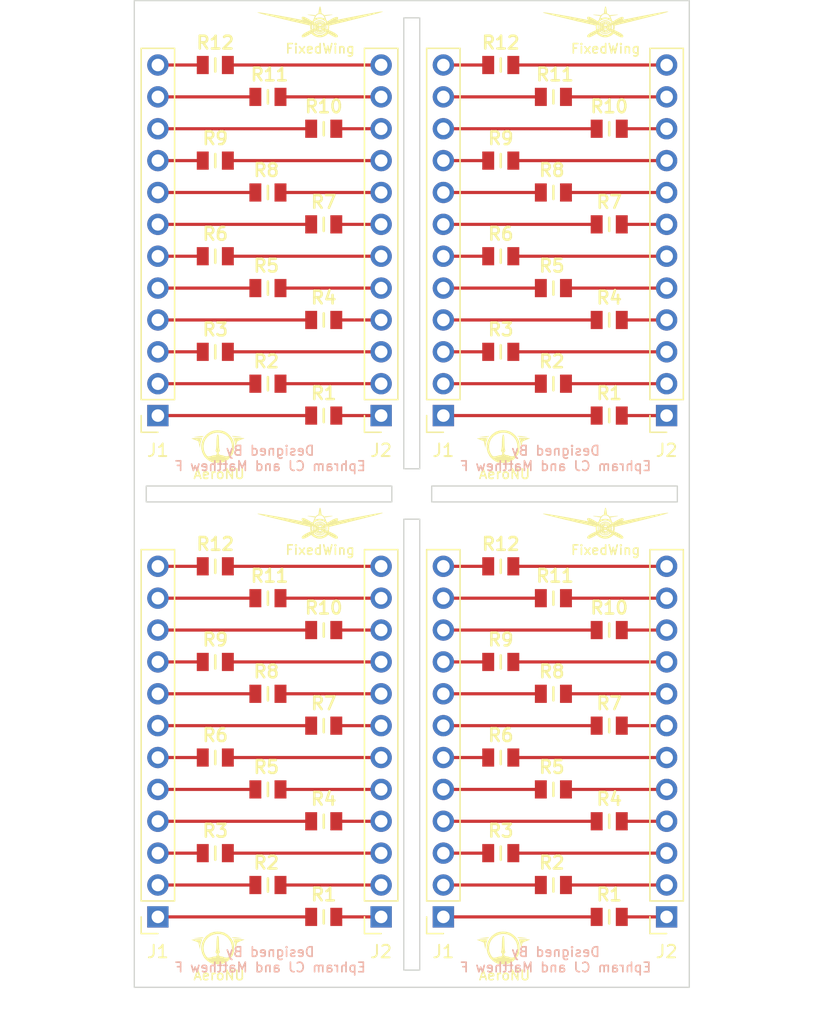
<source format=kicad_pcb>
(kicad_pcb (version 20221018) (generator pcbnew)
  (layers (0 "F.Cu" signal) (31 "B.Cu" signal) (34 "B.Paste" user) (35 "F.Paste" user) (36 "B.SilkS" user "B.Silkscreen") (37 "F.SilkS" user "F.Silkscreen") (38 "B.Mask" user) (39 "F.Mask" user) (44 "Edge.Cuts" user))
  (net 0 "")
  (net 1 "Net-(J1-Pin_1)")
  (net 2 "Net-(J1-Pin_2)")
  (net 3 "Net-(J1-Pin_3)")
  (net 4 "Net-(J1-Pin_4)")
  (net 5 "Net-(J1-Pin_5)")
  (net 6 "Net-(J1-Pin_6)")
  (net 7 "Net-(J1-Pin_7)")
  (net 8 "Net-(J1-Pin_8)")
  (net 9 "Net-(J1-Pin_9)")
  (net 10 "Net-(J1-Pin_10)")
  (net 11 "Net-(J1-Pin_11)")
  (net 12 "Net-(J1-Pin_12)")
  (net 13 "Net-(J2-Pin_1)")
  (net 14 "Net-(J2-Pin_2)")
  (net 15 "Net-(J2-Pin_3)")
  (net 16 "Net-(J2-Pin_4)")
  (net 17 "Net-(J2-Pin_5)")
  (net 18 "Net-(J2-Pin_6)")
  (net 19 "Net-(J2-Pin_7)")
  (net 20 "Net-(J2-Pin_8)")
  (net 21 "Net-(J2-Pin_9)")
  (net 22 "Net-(J2-Pin_10)")
  (net 23 "Net-(J2-Pin_11)")
  (net 24 "Net-(J2-Pin_12)")
  (footprint "FixedWing:FixedWing - Logo (Smol)" (layer "F.Cu") (at 165.3159 73.1774)
    (fp_text reference "FixedWing" (at 0.004963 1.722249) (layer "F.SilkS") (effects (font (size 0.75 0.75) (thickness 0.125))))
    (fp_text value "LOGO" hide)
  )
  (footprint "FixedWing:RESC2012X50N" (layer "F.Cu") (at 156.972 139.0142)
    (fp_text reference "R3" (at 0 -1.778) (layer "F.SilkS") (effects (font (size 1.016 1.016) (thickness 0.2032) bold)))
    (fp_text value "475Ω" hide)
    (pad "1" smd rect (at -1 0) (size 0.95 1.45) (layers "F.Cu" "F.Paste" "F.Mask") (net 3 "Net-(J1-Pin_3)"))
    (pad "2" smd rect (at 1 0) (size 0.95 1.45) (layers "F.Cu" "F.Paste" "F.Mask") (net 15 "Net-(J2-Pin_3)"))
  )
  (footprint "FixedWing:RESC2012X50N" (layer "F.Cu") (at 156.972 76.2)
    (fp_text reference "R12" (at 0 -1.778) (layer "F.SilkS") (effects (font (size 1.016 1.016) (thickness 0.2032) bold)))
    (fp_text value "475Ω" hide)
    (pad "1" smd rect (at -1 0) (size 0.95 1.45) (layers "F.Cu" "F.Paste" "F.Mask") (net 12 "Net-(J1-Pin_12)"))
    (pad "2" smd rect (at 1 0) (size 0.95 1.45) (layers "F.Cu" "F.Paste" "F.Mask") (net 24 "Net-(J2-Pin_12)"))
  )
  (footprint "FixedWing:RESC2012X50N" (layer "F.Cu") (at 161.163 101.6)
    (fp_text reference "R2" (at -0.127 -1.778) (layer "F.SilkS") (effects (font (size 1.016 1.016) (thickness 0.2032) bold)))
    (fp_text value "475Ω" hide)
    (pad "1" smd rect (at -1 0) (size 0.95 1.45) (layers "F.Cu" "F.Paste" "F.Mask") (net 2 "Net-(J1-Pin_2)"))
    (pad "2" smd rect (at 1 0) (size 0.95 1.45) (layers "F.Cu" "F.Paste" "F.Mask") (net 14 "Net-(J2-Pin_2)"))
  )
  (footprint "FixedWing:RESC2012X50N" (layer "F.Cu") (at 165.608 144.0942)
    (fp_text reference "R1" (at 0 -1.778) (layer "F.SilkS") (effects (font (size 1.016 1.016) (thickness 0.2032) bold)))
    (fp_text value "475Ω" hide)
    (pad "1" smd rect (at -1 0) (size 0.95 1.45) (layers "F.Cu" "F.Paste" "F.Mask") (net 1 "Net-(J1-Pin_1)"))
    (pad "2" smd rect (at 1 0) (size 0.95 1.45) (layers "F.Cu" "F.Paste" "F.Mask") (net 13 "Net-(J2-Pin_1)"))
  )
  (footprint "FixedWing:RESC2012X50N" (layer "F.Cu") (at 156.972 99.06)
    (fp_text reference "R3" (at 0 -1.778) (layer "F.SilkS") (effects (font (size 1.016 1.016) (thickness 0.2032) bold)))
    (fp_text value "475Ω" hide)
    (pad "1" smd rect (at -1 0) (size 0.95 1.45) (layers "F.Cu" "F.Paste" "F.Mask") (net 3 "Net-(J1-Pin_3)"))
    (pad "2" smd rect (at 1 0) (size 0.95 1.45) (layers "F.Cu" "F.Paste" "F.Mask") (net 15 "Net-(J2-Pin_3)"))
  )
  (footprint "FixedWing:RESC2012X50N" (layer "F.Cu") (at 161.163 86.36)
    (fp_text reference "R8" (at -0.127 -1.778) (layer "F.SilkS") (effects (font (size 1.016 1.016) (thickness 0.2032) bold)))
    (fp_text value "475Ω" hide)
    (pad "1" smd rect (at -1 0) (size 0.95 1.45) (layers "F.Cu" "F.Paste" "F.Mask") (net 8 "Net-(J1-Pin_8)"))
    (pad "2" smd rect (at 1 0) (size 0.95 1.45) (layers "F.Cu" "F.Paste" "F.Mask") (net 20 "Net-(J2-Pin_8)"))
  )
  (footprint "Connector_PinSocket_2.54mm:PinSocket_1x12_P2.54mm_Vertical" (layer "F.Cu") (at 170.18 144.0942 180)
    (fp_text reference "J2" (at 0 -2.77) (layer "F.SilkS"))
    (fp_text value "Conn_01x12")
    (pad "1" thru_hole rect (at 0 0 180) (size 1.7 1.7) (drill 1) (layers "*.Cu" "*.Mask") (net 13 "Net-(J2-Pin_1)"))
    (pad "2" thru_hole oval (at 0 2.54 180) (size 1.7 1.7) (drill 1) (layers "*.Cu" "*.Mask") (net 14 "Net-(J2-Pin_2)"))
    (pad "3" thru_hole oval (at 0 5.08 180) (size 1.7 1.7) (drill 1) (layers "*.Cu" "*.Mask") (net 15 "Net-(J2-Pin_3)"))
    (pad "4" thru_hole oval (at 0 7.62 180) (size 1.7 1.7) (drill 1) (layers "*.Cu" "*.Mask") (net 16 "Net-(J2-Pin_4)"))
    (pad "5" thru_hole oval (at 0 10.16 180) (size 1.7 1.7) (drill 1) (layers "*.Cu" "*.Mask") (net 17 "Net-(J2-Pin_5)"))
    (pad "6" thru_hole oval (at 0 12.7 180) (size 1.7 1.7) (drill 1) (layers "*.Cu" "*.Mask") (net 18 "Net-(J2-Pin_6)"))
    (pad "7" thru_hole oval (at 0 15.24 180) (size 1.7 1.7) (drill 1) (layers "*.Cu" "*.Mask") (net 19 "Net-(J2-Pin_7)"))
    (pad "8" thru_hole oval (at 0 17.78 180) (size 1.7 1.7) (drill 1) (layers "*.Cu" "*.Mask") (net 20 "Net-(J2-Pin_8)"))
    (pad "9" thru_hole oval (at 0 20.32 180) (size 1.7 1.7) (drill 1) (layers "*.Cu" "*.Mask") (net 21 "Net-(J2-Pin_9)"))
    (pad "10" thru_hole oval (at 0 22.86 180) (size 1.7 1.7) (drill 1) (layers "*.Cu" "*.Mask") (net 22 "Net-(J2-Pin_10)"))
    (pad "11" thru_hole oval (at 0 25.4 180) (size 1.7 1.7) (drill 1) (layers "*.Cu" "*.Mask") (net 23 "Net-(J2-Pin_11)"))
    (pad "12" thru_hole oval (at 0 27.94 180) (size 1.7 1.7) (drill 1) (layers "*.Cu" "*.Mask") (net 24 "Net-(J2-Pin_12)"))
  )
  (footprint "Connector_PinSocket_2.54mm:PinSocket_1x12_P2.54mm_Vertical" (layer "F.Cu") (at 175.133 104.14 180)
    (fp_text reference "J1" (at 0 -2.77) (layer "F.SilkS"))
    (fp_text value "Conn_01x12")
    (pad "1" thru_hole rect (at 0 0 180) (size 1.7 1.7) (drill 1) (layers "*.Cu" "*.Mask") (net 1 "Net-(J1-Pin_1)"))
    (pad "2" thru_hole oval (at 0 2.54 180) (size 1.7 1.7) (drill 1) (layers "*.Cu" "*.Mask") (net 2 "Net-(J1-Pin_2)"))
    (pad "3" thru_hole oval (at 0 5.08 180) (size 1.7 1.7) (drill 1) (layers "*.Cu" "*.Mask") (net 3 "Net-(J1-Pin_3)"))
    (pad "4" thru_hole oval (at 0 7.62 180) (size 1.7 1.7) (drill 1) (layers "*.Cu" "*.Mask") (net 4 "Net-(J1-Pin_4)"))
    (pad "5" thru_hole oval (at 0 10.16 180) (size 1.7 1.7) (drill 1) (layers "*.Cu" "*.Mask") (net 5 "Net-(J1-Pin_5)"))
    (pad "6" thru_hole oval (at 0 12.7 180) (size 1.7 1.7) (drill 1) (layers "*.Cu" "*.Mask") (net 6 "Net-(J1-Pin_6)"))
    (pad "7" thru_hole oval (at 0 15.24 180) (size 1.7 1.7) (drill 1) (layers "*.Cu" "*.Mask") (net 7 "Net-(J1-Pin_7)"))
    (pad "8" thru_hole oval (at 0 17.78 180) (size 1.7 1.7) (drill 1) (layers "*.Cu" "*.Mask") (net 8 "Net-(J1-Pin_8)"))
    (pad "9" thru_hole oval (at 0 20.32 180) (size 1.7 1.7) (drill 1) (layers "*.Cu" "*.Mask") (net 9 "Net-(J1-Pin_9)"))
    (pad "10" thru_hole oval (at 0 22.86 180) (size 1.7 1.7) (drill 1) (layers "*.Cu" "*.Mask") (net 10 "Net-(J1-Pin_10)"))
    (pad "11" thru_hole oval (at 0 25.4 180) (size 1.7 1.7) (drill 1) (layers "*.Cu" "*.Mask") (net 11 "Net-(J1-Pin_11)"))
    (pad "12" thru_hole oval (at 0 27.94 180) (size 1.7 1.7) (drill 1) (layers "*.Cu" "*.Mask") (net 12 "Net-(J1-Pin_12)"))
  )
  (footprint "FixedWing:RESC2012X50N" (layer "F.Cu") (at 156.972 116.1542)
    (fp_text reference "R12" (at 0 -1.778) (layer "F.SilkS") (effects (font (size 1.016 1.016) (thickness 0.2032) bold)))
    (fp_text value "475Ω" hide)
    (pad "1" smd rect (at -1 0) (size 0.95 1.45) (layers "F.Cu" "F.Paste" "F.Mask") (net 12 "Net-(J1-Pin_12)"))
    (pad "2" smd rect (at 1 0) (size 0.95 1.45) (layers "F.Cu" "F.Paste" "F.Mask") (net 24 "Net-(J2-Pin_12)"))
  )
  (footprint "FixedWing:RESC2012X50N" (layer "F.Cu") (at 156.972 91.44)
    (fp_text reference "R6" (at 0 -1.778) (layer "F.SilkS") (effects (font (size 1.016 1.016) (thickness 0.2032) bold)))
    (fp_text value "475Ω" hide)
    (pad "1" smd rect (at -1 0) (size 0.95 1.45) (layers "F.Cu" "F.Paste" "F.Mask") (net 6 "Net-(J1-Pin_6)"))
    (pad "2" smd rect (at 1 0) (size 0.95 1.45) (layers "F.Cu" "F.Paste" "F.Mask") (net 18 "Net-(J2-Pin_6)"))
  )
  (footprint "FixedWing:RESC2012X50N" (layer "F.Cu") (at 188.341 136.4742)
    (fp_text reference "R4" (at 0 -1.778) (layer "F.SilkS") (effects (font (size 1.016 1.016) (thickness 0.2032) bold)))
    (fp_text value "475Ω" hide)
    (pad "1" smd rect (at -1 0) (size 0.95 1.45) (layers "F.Cu" "F.Paste" "F.Mask") (net 4 "Net-(J1-Pin_4)"))
    (pad "2" smd rect (at 1 0) (size 0.95 1.45) (layers "F.Cu" "F.Paste" "F.Mask") (net 16 "Net-(J2-Pin_4)"))
  )
  (footprint "FixedWing:RESC2012X50N" (layer "F.Cu") (at 188.341 96.52)
    (fp_text reference "R4" (at 0 -1.778) (layer "F.SilkS") (effects (font (size 1.016 1.016) (thickness 0.2032) bold)))
    (fp_text value "475Ω" hide)
    (pad "1" smd rect (at -1 0) (size 0.95 1.45) (layers "F.Cu" "F.Paste" "F.Mask") (net 4 "Net-(J1-Pin_4)"))
    (pad "2" smd rect (at 1 0) (size 0.95 1.45) (layers "F.Cu" "F.Paste" "F.Mask") (net 16 "Net-(J2-Pin_4)"))
  )
  (footprint "FixedWing:RESC2012X50N" (layer "F.Cu") (at 188.341 144.0942)
    (fp_text reference "R1" (at 0 -1.778) (layer "F.SilkS") (effects (font (size 1.016 1.016) (thickness 0.2032) bold)))
    (fp_text value "475Ω" hide)
    (pad "1" smd rect (at -1 0) (size 0.95 1.45) (layers "F.Cu" "F.Paste" "F.Mask") (net 1 "Net-(J1-Pin_1)"))
    (pad "2" smd rect (at 1 0) (size 0.95 1.45) (layers "F.Cu" "F.Paste" "F.Mask") (net 13 "Net-(J2-Pin_1)"))
  )
  (footprint "FixedWing:RESC2012X50N" (layer "F.Cu") (at 161.163 93.98)
    (fp_text reference "R5" (at -0.127 -1.778) (layer "F.SilkS") (effects (font (size 1.016 1.016) (thickness 0.2032) bold)))
    (fp_text value "475Ω" hide)
    (pad "1" smd rect (at -1 0) (size 0.95 1.45) (layers "F.Cu" "F.Paste" "F.Mask") (net 5 "Net-(J1-Pin_5)"))
    (pad "2" smd rect (at 1 0) (size 0.95 1.45) (layers "F.Cu" "F.Paste" "F.Mask") (net 17 "Net-(J2-Pin_5)"))
  )
  (footprint "Connector_PinSocket_2.54mm:PinSocket_1x12_P2.54mm_Vertical" (layer "F.Cu") (at 192.913 104.14 180)
    (fp_text reference "J2" (at 0 -2.77) (layer "F.SilkS"))
    (fp_text value "Conn_01x12")
    (pad "1" thru_hole rect (at 0 0 180) (size 1.7 1.7) (drill 1) (layers "*.Cu" "*.Mask") (net 13 "Net-(J2-Pin_1)"))
    (pad "2" thru_hole oval (at 0 2.54 180) (size 1.7 1.7) (drill 1) (layers "*.Cu" "*.Mask") (net 14 "Net-(J2-Pin_2)"))
    (pad "3" thru_hole oval (at 0 5.08 180) (size 1.7 1.7) (drill 1) (layers "*.Cu" "*.Mask") (net 15 "Net-(J2-Pin_3)"))
    (pad "4" thru_hole oval (at 0 7.62 180) (size 1.7 1.7) (drill 1) (layers "*.Cu" "*.Mask") (net 16 "Net-(J2-Pin_4)"))
    (pad "5" thru_hole oval (at 0 10.16 180) (size 1.7 1.7) (drill 1) (layers "*.Cu" "*.Mask") (net 17 "Net-(J2-Pin_5)"))
    (pad "6" thru_hole oval (at 0 12.7 180) (size 1.7 1.7) (drill 1) (layers "*.Cu" "*.Mask") (net 18 "Net-(J2-Pin_6)"))
    (pad "7" thru_hole oval (at 0 15.24 180) (size 1.7 1.7) (drill 1) (layers "*.Cu" "*.Mask") (net 19 "Net-(J2-Pin_7)"))
    (pad "8" thru_hole oval (at 0 17.78 180) (size 1.7 1.7) (drill 1) (layers "*.Cu" "*.Mask") (net 20 "Net-(J2-Pin_8)"))
    (pad "9" thru_hole oval (at 0 20.32 180) (size 1.7 1.7) (drill 1) (layers "*.Cu" "*.Mask") (net 21 "Net-(J2-Pin_9)"))
    (pad "10" thru_hole oval (at 0 22.86 180) (size 1.7 1.7) (drill 1) (layers "*.Cu" "*.Mask") (net 22 "Net-(J2-Pin_10)"))
    (pad "11" thru_hole oval (at 0 25.4 180) (size 1.7 1.7) (drill 1) (layers "*.Cu" "*.Mask") (net 23 "Net-(J2-Pin_11)"))
    (pad "12" thru_hole oval (at 0 27.94 180) (size 1.7 1.7) (drill 1) (layers "*.Cu" "*.Mask") (net 24 "Net-(J2-Pin_12)"))
  )
  (footprint "FixedWing:RESC2012X50N" (layer "F.Cu") (at 165.608 104.14)
    (fp_text reference "R1" (at 0 -1.778) (layer "F.SilkS") (effects (font (size 1.016 1.016) (thickness 0.2032) bold)))
    (fp_text value "475Ω" hide)
    (pad "1" smd rect (at -1 0) (size 0.95 1.45) (layers "F.Cu" "F.Paste" "F.Mask") (net 1 "Net-(J1-Pin_1)"))
    (pad "2" smd rect (at 1 0) (size 0.95 1.45) (layers "F.Cu" "F.Paste" "F.Mask") (net 13 "Net-(J2-Pin_1)"))
  )
  (footprint "FixedWing:RESC2012X50N" (layer "F.Cu") (at 179.705 99.06)
    (fp_text reference "R3" (at 0 -1.778) (layer "F.SilkS") (effects (font (size 1.016 1.016) (thickness 0.2032) bold)))
    (fp_text value "475Ω" hide)
    (pad "1" smd rect (at -1 0) (size 0.95 1.45) (layers "F.Cu" "F.Paste" "F.Mask") (net 3 "Net-(J1-Pin_3)"))
    (pad "2" smd rect (at 1 0) (size 0.95 1.45) (layers "F.Cu" "F.Paste" "F.Mask") (net 15 "Net-(J2-Pin_3)"))
  )
  (footprint "FixedWing:FixedWing - Logo (Smol)" (layer "F.Cu") (at 165.3159 113.1316)
    (fp_text reference "FixedWing" (at 0.004963 1.722249) (layer "F.SilkS") (effects (font (size 0.75 0.75) (thickness 0.125))))
    (fp_text value "LOGO" hide)
  )
  (footprint "FixedWing:AeroNU - Logo (Smol)" (layer "F.Cu") (at 180.037449 109.377388)
    (fp_text reference "AeroNU" hide)
    (fp_text value "LOGO" hide)
  )
  (footprint "FixedWing:RESC2012X50N" (layer "F.Cu") (at 183.896 126.3142)
    (fp_text reference "R8" (at -0.127 -1.778) (layer "F.SilkS") (effects (font (size 1.016 1.016) (thickness 0.2032) bold)))
    (fp_text value "475Ω" hide)
    (pad "1" smd rect (at -1 0) (size 0.95 1.45) (layers "F.Cu" "F.Paste" "F.Mask") (net 8 "Net-(J1-Pin_8)"))
    (pad "2" smd rect (at 1 0) (size 0.95 1.45) (layers "F.Cu" "F.Paste" "F.Mask") (net 20 "Net-(J2-Pin_8)"))
  )
  (footprint "FixedWing:RESC2012X50N" (layer "F.Cu") (at 156.972 131.3942)
    (fp_text reference "R6" (at 0 -1.778) (layer "F.SilkS") (effects (font (size 1.016 1.016) (thickness 0.2032) bold)))
    (fp_text value "475Ω" hide)
    (pad "1" smd rect (at -1 0) (size 0.95 1.45) (layers "F.Cu" "F.Paste" "F.Mask") (net 6 "Net-(J1-Pin_6)"))
    (pad "2" smd rect (at 1 0) (size 0.95 1.45) (layers "F.Cu" "F.Paste" "F.Mask") (net 18 "Net-(J2-Pin_6)"))
  )
  (footprint "FixedWing:RESC2012X50N" (layer "F.Cu") (at 156.972 83.82)
    (fp_text reference "R9" (at 0 -1.778) (layer "F.SilkS") (effects (font (size 1.016 1.016) (thickness 0.2032) bold)))
    (fp_text value "475Ω" hide)
    (pad "1" smd rect (at -1 0) (size 0.95 1.45) (layers "F.Cu" "F.Paste" "F.Mask") (net 9 "Net-(J1-Pin_9)"))
    (pad "2" smd rect (at 1 0) (size 0.95 1.45) (layers "F.Cu" "F.Paste" "F.Mask") (net 21 "Net-(J2-Pin_9)"))
  )
  (footprint "FixedWing:RESC2012X50N" (layer "F.Cu") (at 165.608 81.28)
    (fp_text reference "R10" (at 0 -1.778) (layer "F.SilkS") (effects (font (size 1.016 1.016) (thickness 0.2032) bold)))
    (fp_text value "475Ω" hide)
    (pad "1" smd rect (at -1 0) (size 0.95 1.45) (layers "F.Cu" "F.Paste" "F.Mask") (net 10 "Net-(J1-Pin_10)"))
    (pad "2" smd rect (at 1 0) (size 0.95 1.45) (layers "F.Cu" "F.Paste" "F.Mask") (net 22 "Net-(J2-Pin_10)"))
  )
  (footprint "FixedWing:AeroNU - Logo (Smol)" (layer "F.Cu") (at 157.304449 149.331588)
    (fp_text reference "AeroNU" hide)
    (fp_text value "LOGO" hide)
  )
  (footprint "Connector_PinSocket_2.54mm:PinSocket_1x12_P2.54mm_Vertical" (layer "F.Cu") (at 175.133 144.0942 180)
    (fp_text reference "J1" (at 0 -2.77) (layer "F.SilkS"))
    (fp_text value "Conn_01x12")
    (pad "1" thru_hole rect (at 0 0 180) (size 1.7 1.7) (drill 1) (layers "*.Cu" "*.Mask") (net 1 "Net-(J1-Pin_1)"))
    (pad "2" thru_hole oval (at 0 2.54 180) (size 1.7 1.7) (drill 1) (layers "*.Cu" "*.Mask") (net 2 "Net-(J1-Pin_2)"))
    (pad "3" thru_hole oval (at 0 5.08 180) (size 1.7 1.7) (drill 1) (layers "*.Cu" "*.Mask") (net 3 "Net-(J1-Pin_3)"))
    (pad "4" thru_hole oval (at 0 7.62 180) (size 1.7 1.7) (drill 1) (layers "*.Cu" "*.Mask") (net 4 "Net-(J1-Pin_4)"))
    (pad "5" thru_hole oval (at 0 10.16 180) (size 1.7 1.7) (drill 1) (layers "*.Cu" "*.Mask") (net 5 "Net-(J1-Pin_5)"))
    (pad "6" thru_hole oval (at 0 12.7 180) (size 1.7 1.7) (drill 1) (layers "*.Cu" "*.Mask") (net 6 "Net-(J1-Pin_6)"))
    (pad "7" thru_hole oval (at 0 15.24 180) (size 1.7 1.7) (drill 1) (layers "*.Cu" "*.Mask") (net 7 "Net-(J1-Pin_7)"))
    (pad "8" thru_hole oval (at 0 17.78 180) (size 1.7 1.7) (drill 1) (layers "*.Cu" "*.Mask") (net 8 "Net-(J1-Pin_8)"))
    (pad "9" thru_hole oval (at 0 20.32 180) (size 1.7 1.7) (drill 1) (layers "*.Cu" "*.Mask") (net 9 "Net-(J1-Pin_9)"))
    (pad "10" thru_hole oval (at 0 22.86 180) (size 1.7 1.7) (drill 1) (layers "*.Cu" "*.Mask") (net 10 "Net-(J1-Pin_10)"))
    (pad "11" thru_hole oval (at 0 25.4 180) (size 1.7 1.7) (drill 1) (layers "*.Cu" "*.Mask") (net 11 "Net-(J1-Pin_11)"))
    (pad "12" thru_hole oval (at 0 27.94 180) (size 1.7 1.7) (drill 1) (layers "*.Cu" "*.Mask") (net 12 "Net-(J1-Pin_12)"))
  )
  (footprint "FixedWing:RESC2012X50N" (layer "F.Cu") (at 188.341 104.14)
    (fp_text reference "R1" (at 0 -1.778) (layer "F.SilkS") (effects (font (size 1.016 1.016) (thickness 0.2032) bold)))
    (fp_text value "475Ω" hide)
    (pad "1" smd rect (at -1 0) (size 0.95 1.45) (layers "F.Cu" "F.Paste" "F.Mask") (net 1 "Net-(J1-Pin_1)"))
    (pad "2" smd rect (at 1 0) (size 0.95 1.45) (layers "F.Cu" "F.Paste" "F.Mask") (net 13 "Net-(J2-Pin_1)"))
  )
  (footprint "FixedWing:RESC2012X50N" (layer "F.Cu") (at 179.705 131.3942)
    (fp_text reference "R6" (at 0 -1.778) (layer "F.SilkS") (effects (font (size 1.016 1.016) (thickness 0.2032) bold)))
    (fp_text value "475Ω" hide)
    (pad "1" smd rect (at -1 0) (size 0.95 1.45) (layers "F.Cu" "F.Paste" "F.Mask") (net 6 "Net-(J1-Pin_6)"))
    (pad "2" smd rect (at 1 0) (size 0.95 1.45) (layers "F.Cu" "F.Paste" "F.Mask") (net 18 "Net-(J2-Pin_6)"))
  )
  (footprint "FixedWing:RESC2012X50N" (layer "F.Cu") (at 188.341 128.8542)
    (fp_text reference "R7" (at 0 -1.778) (layer "F.SilkS") (effects (font (size 1.016 1.016) (thickness 0.2032) bold)))
    (fp_text value "475Ω" hide)
    (pad "1" smd rect (at -1 0) (size 0.95 1.45) (layers "F.Cu" "F.Paste" "F.Mask") (net 7 "Net-(J1-Pin_7)"))
    (pad "2" smd rect (at 1 0) (size 0.95 1.45) (layers "F.Cu" "F.Paste" "F.Mask") (net 19 "Net-(J2-Pin_7)"))
  )
  (footprint "FixedWing:RESC2012X50N" (layer "F.Cu") (at 165.608 136.4742)
    (fp_text reference "R4" (at 0 -1.778) (layer "F.SilkS") (effects (font (size 1.016 1.016) (thickness 0.2032) bold)))
    (fp_text value "475Ω" hide)
    (pad "1" smd rect (at -1 0) (size 0.95 1.45) (layers "F.Cu" "F.Paste" "F.Mask") (net 4 "Net-(J1-Pin_4)"))
    (pad "2" smd rect (at 1 0) (size 0.95 1.45) (layers "F.Cu" "F.Paste" "F.Mask") (net 16 "Net-(J2-Pin_4)"))
  )
  (footprint "FixedWing:RESC2012X50N" (layer "F.Cu") (at 161.163 133.9342)
    (fp_text reference "R5" (at -0.127 -1.778) (layer "F.SilkS") (effects (font (size 1.016 1.016) (thickness 0.2032) bold)))
    (fp_text value "475Ω" hide)
    (pad "1" smd rect (at -1 0) (size 0.95 1.45) (layers "F.Cu" "F.Paste" "F.Mask") (net 5 "Net-(J1-Pin_5)"))
    (pad "2" smd rect (at 1 0) (size 0.95 1.45) (layers "F.Cu" "F.Paste" "F.Mask") (net 17 "Net-(J2-Pin_5)"))
  )
  (footprint "FixedWing:AeroNU - Logo (Smol)" (layer "F.Cu") (at 180.037449 149.331588)
    (fp_text reference "AeroNU" hide)
    (fp_text value "LOGO" hide)
  )
  (footprint "FixedWing:RESC2012X50N" (layer "F.Cu") (at 165.608 128.8542)
    (fp_text reference "R7" (at 0 -1.778) (layer "F.SilkS") (effects (font (size 1.016 1.016) (thickness 0.2032) bold)))
    (fp_text value "475Ω" hide)
    (pad "1" smd rect (at -1 0) (size 0.95 1.45) (layers "F.Cu" "F.Paste" "F.Mask") (net 7 "Net-(J1-Pin_7)"))
    (pad "2" smd rect (at 1 0) (size 0.95 1.45) (layers "F.Cu" "F.Paste" "F.Mask") (net 19 "Net-(J2-Pin_7)"))
  )
  (footprint "FixedWing:RESC2012X50N" (layer "F.Cu") (at 161.163 126.3142)
    (fp_text reference "R8" (at -0.127 -1.778) (layer "F.SilkS") (effects (font (size 1.016 1.016) (thickness 0.2032) bold)))
    (fp_text value "475Ω" hide)
    (pad "1" smd rect (at -1 0) (size 0.95 1.45) (layers "F.Cu" "F.Paste" "F.Mask") (net 8 "Net-(J1-Pin_8)"))
    (pad "2" smd rect (at 1 0) (size 0.95 1.45) (layers "F.Cu" "F.Paste" "F.Mask") (net 20 "Net-(J2-Pin_8)"))
  )
  (footprint "FixedWing:RESC2012X50N" (layer "F.Cu") (at 165.608 96.52)
    (fp_text reference "R4" (at 0 -1.778) (layer "F.SilkS") (effects (font (size 1.016 1.016) (thickness 0.2032) bold)))
    (fp_text value "475Ω" hide)
    (pad "1" smd rect (at -1 0) (size 0.95 1.45) (layers "F.Cu" "F.Paste" "F.Mask") (net 4 "Net-(J1-Pin_4)"))
    (pad "2" smd rect (at 1 0) (size 0.95 1.45) (layers "F.Cu" "F.Paste" "F.Mask") (net 16 "Net-(J2-Pin_4)"))
  )
  (footprint "FixedWing:RESC2012X50N" (layer "F.Cu") (at 188.341 88.9)
    (fp_text reference "R7" (at 0 -1.778) (layer "F.SilkS") (effects (font (size 1.016 1.016) (thickness 0.2032) bold)))
    (fp_text value "475Ω" hide)
    (pad "1" smd rect (at -1 0) (size 0.95 1.45) (layers "F.Cu" "F.Paste" "F.Mask") (net 7 "Net-(J1-Pin_7)"))
    (pad "2" smd rect (at 1 0) (size 0.95 1.45) (layers "F.Cu" "F.Paste" "F.Mask") (net 19 "Net-(J2-Pin_7)"))
  )
  (footprint "FixedWing:FixedWing - Logo (Smol)" (layer "F.Cu") (at 188.0489 73.1774)
    (fp_text reference "FixedWing" (at 0.004963 1.722249) (layer "F.SilkS") (effects (font (size 0.75 0.75) (thickness 0.125))))
    (fp_text value "LOGO" hide)
  )
  (footprint "FixedWing:RESC2012X50N" (layer "F.Cu") (at 161.163 118.6942)
    (fp_text reference "R11" (at 0.127 -1.778) (layer "F.SilkS") (effects (font (size 1.016 1.016) (thickness 0.2032) bold)))
    (fp_text value "475Ω" hide)
    (pad "1" smd rect (at -1 0) (size 0.95 1.45) (layers "F.Cu" "F.Paste" "F.Mask") (net 11 "Net-(J1-Pin_11)"))
    (pad "2" smd rect (at 1 0) (size 0.95 1.45) (layers "F.Cu" "F.Paste" "F.Mask") (net 23 "Net-(J2-Pin_11)"))
  )
  (footprint "FixedWing:RESC2012X50N" (layer "F.Cu") (at 179.705 76.2)
    (fp_text reference "R12" (at 0 -1.778) (layer "F.SilkS") (effects (font (size 1.016 1.016) (thickness 0.2032) bold)))
    (fp_text value "475Ω" hide)
    (pad "1" smd rect (at -1 0) (size 0.95 1.45) (layers "F.Cu" "F.Paste" "F.Mask") (net 12 "Net-(J1-Pin_12)"))
    (pad "2" smd rect (at 1 0) (size 0.95 1.45) (layers "F.Cu" "F.Paste" "F.Mask") (net 24 "Net-(J2-Pin_12)"))
  )
  (footprint "FixedWing:RESC2012X50N" (layer "F.Cu") (at 161.163 141.5542)
    (fp_text reference "R2" (at -0.127 -1.778) (layer "F.SilkS") (effects (font (size 1.016 1.016) (thickness 0.2032) bold)))
    (fp_text value "475Ω" hide)
    (pad "1" smd rect (at -1 0) (size 0.95 1.45) (layers "F.Cu" "F.Paste" "F.Mask") (net 2 "Net-(J1-Pin_2)"))
    (pad "2" smd rect (at 1 0) (size 0.95 1.45) (layers "F.Cu" "F.Paste" "F.Mask") (net 14 "Net-(J2-Pin_2)"))
  )
  (footprint "FixedWing:RESC2012X50N" (layer "F.Cu") (at 165.608 121.2342)
    (fp_text reference "R10" (at 0 -1.778) (layer "F.SilkS") (effects (font (size 1.016 1.016) (thickness 0.2032) bold)))
    (fp_text value "475Ω" hide)
    (pad "1" smd rect (at -1 0) (size 0.95 1.45) (layers "F.Cu" "F.Paste" "F.Mask") (net 10 "Net-(J1-Pin_10)"))
    (pad "2" smd rect (at 1 0) (size 0.95 1.45) (layers "F.Cu" "F.Paste" "F.Mask") (net 22 "Net-(J2-Pin_10)"))
  )
  (footprint "Connector_PinSocket_2.54mm:PinSocket_1x12_P2.54mm_Vertical" (layer "F.Cu") (at 152.4 104.14 180)
    (fp_text reference "J1" (at 0 -2.77) (layer "F.SilkS"))
    (fp_text value "Conn_01x12")
    (pad "1" thru_hole rect (at 0 0 180) (size 1.7 1.7) (drill 1) (layers "*.Cu" "*.Mask") (net 1 "Net-(J1-Pin_1)"))
    (pad "2" thru_hole oval (at 0 2.54 180) (size 1.7 1.7) (drill 1) (layers "*.Cu" "*.Mask") (net 2 "Net-(J1-Pin_2)"))
    (pad "3" thru_hole oval (at 0 5.08 180) (size 1.7 1.7) (drill 1) (layers "*.Cu" "*.Mask") (net 3 "Net-(J1-Pin_3)"))
    (pad "4" thru_hole oval (at 0 7.62 180) (size 1.7 1.7) (drill 1) (layers "*.Cu" "*.Mask") (net 4 "Net-(J1-Pin_4)"))
    (pad "5" thru_hole oval (at 0 10.16 180) (size 1.7 1.7) (drill 1) (layers "*.Cu" "*.Mask") (net 5 "Net-(J1-Pin_5)"))
    (pad "6" thru_hole oval (at 0 12.7 180) (size 1.7 1.7) (drill 1) (layers "*.Cu" "*.Mask") (net 6 "Net-(J1-Pin_6)"))
    (pad "7" thru_hole oval (at 0 15.24 180) (size 1.7 1.7) (drill 1) (layers "*.Cu" "*.Mask") (net 7 "Net-(J1-Pin_7)"))
    (pad "8" thru_hole oval (at 0 17.78 180) (size 1.7 1.7) (drill 1) (layers "*.Cu" "*.Mask") (net 8 "Net-(J1-Pin_8)"))
    (pad "9" thru_hole oval (at 0 20.32 180) (size 1.7 1.7) (drill 1) (layers "*.Cu" "*.Mask") (net 9 "Net-(J1-Pin_9)"))
    (pad "10" thru_hole oval (at 0 22.86 180) (size 1.7 1.7) (drill 1) (layers "*.Cu" "*.Mask") (net 10 "Net-(J1-Pin_10)"))
    (pad "11" thru_hole oval (at 0 25.4 180) (size 1.7 1.7) (drill 1) (layers "*.Cu" "*.Mask") (net 11 "Net-(J1-Pin_11)"))
    (pad "12" thru_hole oval (at 0 27.94 180) (size 1.7 1.7) (drill 1) (layers "*.Cu" "*.Mask") (net 12 "Net-(J1-Pin_12)"))
  )
  (footprint "FixedWing:RESC2012X50N" (layer "F.Cu") (at 179.705 139.0142)
    (fp_text reference "R3" (at 0 -1.778) (layer "F.SilkS") (effects (font (size 1.016 1.016) (thickness 0.2032) bold)))
    (fp_text value "475Ω" hide)
    (pad "1" smd rect (at -1 0) (size 0.95 1.45) (layers "F.Cu" "F.Paste" "F.Mask") (net 3 "Net-(J1-Pin_3)"))
    (pad "2" smd rect (at 1 0) (size 0.95 1.45) (layers "F.Cu" "F.Paste" "F.Mask") (net 15 "Net-(J2-Pin_3)"))
  )
  (footprint "FixedWing:RESC2012X50N" (layer "F.Cu") (at 183.896 78.74)
    (fp_text reference "R11" (at 0.127 -1.778) (layer "F.SilkS") (effects (font (size 1.016 1.016) (thickness 0.2032) bold)))
    (fp_text value "475Ω" hide)
    (pad "1" smd rect (at -1 0) (size 0.95 1.45) (layers "F.Cu" "F.Paste" "F.Mask") (net 11 "Net-(J1-Pin_11)"))
    (pad "2" smd rect (at 1 0) (size 0.95 1.45) (layers "F.Cu" "F.Paste" "F.Mask") (net 23 "Net-(J2-Pin_11)"))
  )
  (footprint "FixedWing:RESC2012X50N" (layer "F.Cu") (at 156.972 123.7742)
    (fp_text reference "R9" (at 0 -1.778) (layer "F.SilkS") (effects (font (size 1.016 1.016) (thickness 0.2032) bold)))
    (fp_text value "475Ω" hide)
    (pad "1" smd rect (at -1 0) (size 0.95 1.45) (layers "F.Cu" "F.Paste" "F.Mask") (net 9 "Net-(J1-Pin_9)"))
    (pad "2" smd rect (at 1 0) (size 0.95 1.45) (layers "F.Cu" "F.Paste" "F.Mask") (net 21 "Net-(J2-Pin_9)"))
  )
  (footprint "Connector_PinSocket_2.54mm:PinSocket_1x12_P2.54mm_Vertical" (layer "F.Cu") (at 170.18 104.14 180)
    (fp_text reference "J2" (at 0 -2.77) (layer "F.SilkS"))
    (fp_text value "Conn_01x12")
    (pad "1" thru_hole rect (at 0 0 180) (size 1.7 1.7) (drill 1) (layers "*.Cu" "*.Mask") (net 13 "Net-(J2-Pin_1)"))
    (pad "2" thru_hole oval (at 0 2.54 180) (size 1.7 1.7) (drill 1) (layers "*.Cu" "*.Mask") (net 14 "Net-(J2-Pin_2)"))
    (pad "3" thru_hole oval (at 0 5.08 180) (size 1.7 1.7) (drill 1) (layers "*.Cu" "*.Mask") (net 15 "Net-(J2-Pin_3)"))
    (pad "4" thru_hole oval (at 0 7.62 180) (size 1.7 1.7) (drill 1) (layers "*.Cu" "*.Mask") (net 16 "Net-(J2-Pin_4)"))
    (pad "5" thru_hole oval (at 0 10.16 180) (size 1.7 1.7) (drill 1) (layers "*.Cu" "*.Mask") (net 17 "Net-(J2-Pin_5)"))
    (pad "6" thru_hole oval (at 0 12.7 180) (size 1.7 1.7) (drill 1) (layers "*.Cu" "*.Mask") (net 18 "Net-(J2-Pin_6)"))
    (pad "7" thru_hole oval (at 0 15.24 180) (size 1.7 1.7) (drill 1) (layers "*.Cu" "*.Mask") (net 19 "Net-(J2-Pin_7)"))
    (pad "8" thru_hole oval (at 0 17.78 180) (size 1.7 1.7) (drill 1) (layers "*.Cu" "*.Mask") (net 20 "Net-(J2-Pin_8)"))
    (pad "9" thru_hole oval (at 0 20.32 180) (size 1.7 1.7) (drill 1) (layers "*.Cu" "*.Mask") (net 21 "Net-(J2-Pin_9)"))
    (pad "10" thru_hole oval (at 0 22.86 180) (size 1.7 1.7) (drill 1) (layers "*.Cu" "*.Mask") (net 22 "Net-(J2-Pin_10)"))
    (pad "11" thru_hole oval (at 0 25.4 180) (size 1.7 1.7) (drill 1) (layers "*.Cu" "*.Mask") (net 23 "Net-(J2-Pin_11)"))
    (pad "12" thru_hole oval (at 0 27.94 180) (size 1.7 1.7) (drill 1) (layers "*.Cu" "*.Mask") (net 24 "Net-(J2-Pin_12)"))
  )
  (footprint "FixedWing:RESC2012X50N" (layer "F.Cu") (at 179.705 91.44)
    (fp_text reference "R6" (at 0 -1.778) (layer "F.SilkS") (effects (font (size 1.016 1.016) (thickness 0.2032) bold)))
    (fp_text value "475Ω" hide)
    (pad "1" smd rect (at -1 0) (size 0.95 1.45) (layers "F.Cu" "F.Paste" "F.Mask") (net 6 "Net-(J1-Pin_6)"))
    (pad "2" smd rect (at 1 0) (size 0.95 1.45) (layers "F.Cu" "F.Paste" "F.Mask") (net 18 "Net-(J2-Pin_6)"))
  )
  (footprint "FixedWing:RESC2012X50N" (layer "F.Cu") (at 183.896 93.98)
    (fp_text reference "R5" (at -0.127 -1.778) (layer "F.SilkS") (effects (font (size 1.016 1.016) (thickness 0.2032) bold)))
    (fp_text value "475Ω" hide)
    (pad "1" smd rect (at -1 0) (size 0.95 1.45) (layers "F.Cu" "F.Paste" "F.Mask") (net 5 "Net-(J1-Pin_5)"))
    (pad "2" smd rect (at 1 0) (size 0.95 1.45) (layers "F.Cu" "F.Paste" "F.Mask") (net 17 "Net-(J2-Pin_5)"))
  )
  (footprint "Connector_PinSocket_2.54mm:PinSocket_1x12_P2.54mm_Vertical" (layer "F.Cu") (at 192.913 144.0942 180)
    (fp_text reference "J2" (at 0 -2.77) (layer "F.SilkS"))
    (fp_text value "Conn_01x12")
    (pad "1" thru_hole rect (at 0 0 180) (size 1.7 1.7) (drill 1) (layers "*.Cu" "*.Mask") (net 13 "Net-(J2-Pin_1)"))
    (pad "2" thru_hole oval (at 0 2.54 180) (size 1.7 1.7) (drill 1) (layers "*.Cu" "*.Mask") (net 14 "Net-(J2-Pin_2)"))
    (pad "3" thru_hole oval (at 0 5.08 180) (size 1.7 1.7) (drill 1) (layers "*.Cu" "*.Mask") (net 15 "Net-(J2-Pin_3)"))
    (pad "4" thru_hole oval (at 0 7.62 180) (size 1.7 1.7) (drill 1) (layers "*.Cu" "*.Mask") (net 16 "Net-(J2-Pin_4)"))
    (pad "5" thru_hole oval (at 0 10.16 180) (size 1.7 1.7) (drill 1) (layers "*.Cu" "*.Mask") (net 17 "Net-(J2-Pin_5)"))
    (pad "6" thru_hole oval (at 0 12.7 180) (size 1.7 1.7) (drill 1) (layers "*.Cu" "*.Mask") (net 18 "Net-(J2-Pin_6)"))
    (pad "7" thru_hole oval (at 0 15.24 180) (size 1.7 1.7) (drill 1) (layers "*.Cu" "*.Mask") (net 19 "Net-(J2-Pin_7)"))
    (pad "8" thru_hole oval (at 0 17.78 180) (size 1.7 1.7) (drill 1) (layers "*.Cu" "*.Mask") (net 20 "Net-(J2-Pin_8)"))
    (pad "9" thru_hole oval (at 0 20.32 180) (size 1.7 1.7) (drill 1) (layers "*.Cu" "*.Mask") (net 21 "Net-(J2-Pin_9)"))
    (pad "10" thru_hole oval (at 0 22.86 180) (size 1.7 1.7) (drill 1) (layers "*.Cu" "*.Mask") (net 22 "Net-(J2-Pin_10)"))
    (pad "11" thru_hole oval (at 0 25.4 180) (size 1.7 1.7) (drill 1) (layers "*.Cu" "*.Mask") (net 23 "Net-(J2-Pin_11)"))
    (pad "12" thru_hole oval (at 0 27.94 180) (size 1.7 1.7) (drill 1) (layers "*.Cu" "*.Mask") (net 24 "Net-(J2-Pin_12)"))
  )
  (footprint "FixedWing:RESC2012X50N" (layer "F.Cu") (at 188.341 121.2342)
    (fp_text reference "R10" (at 0 -1.778) (layer "F.SilkS") (effects (font (size 1.016 1.016) (thickness 0.2032) bold)))
    (fp_text value "475Ω" hide)
    (pad "1" smd rect (at -1 0) (size 0.95 1.45) (layers "F.Cu" "F.Paste" "F.Mask") (net 10 "Net-(J1-Pin_10)"))
    (pad "2" smd rect (at 1 0) (size 0.95 1.45) (layers "F.Cu" "F.Paste" "F.Mask") (net 22 "Net-(J2-Pin_10)"))
  )
  (footprint "FixedWing:RESC2012X50N" (layer "F.Cu") (at 188.341 81.28)
    (fp_text reference "R10" (at 0 -1.778) (layer "F.SilkS") (effects (font (size 1.016 1.016) (thickness 0.2032) bold)))
    (fp_text value "475Ω" hide)
    (pad "1" smd rect (at -1 0) (size 0.95 1.45) (layers "F.Cu" "F.Paste" "F.Mask") (net 10 "Net-(J1-Pin_10)"))
    (pad "2" smd rect (at 1 0) (size 0.95 1.45) (layers "F.Cu" "F.Paste" "F.Mask") (net 22 "Net-(J2-Pin_10)"))
  )
  (footprint "FixedWing:RESC2012X50N" (layer "F.Cu") (at 165.608 88.9)
    (fp_text reference "R7" (at 0 -1.778) (layer "F.SilkS") (effects (font (size 1.016 1.016) (thickness 0.2032) bold)))
    (fp_text value "475Ω" hide)
    (pad "1" smd rect (at -1 0) (size 0.95 1.45) (layers "F.Cu" "F.Paste" "F.Mask") (net 7 "Net-(J1-Pin_7)"))
    (pad "2" smd rect (at 1 0) (size 0.95 1.45) (layers "F.Cu" "F.Paste" "F.Mask") (net 19 "Net-(J2-Pin_7)"))
  )
  (footprint "FixedWing:RESC2012X50N" (layer "F.Cu") (at 179.705 116.1542)
    (fp_text reference "R12" (at 0 -1.778) (layer "F.SilkS") (effects (font (size 1.016 1.016) (thickness 0.2032) bold)))
    (fp_text value "475Ω" hide)
    (pad "1" smd rect (at -1 0) (size 0.95 1.45) (layers "F.Cu" "F.Paste" "F.Mask") (net 12 "Net-(J1-Pin_12)"))
    (pad "2" smd rect (at 1 0) (size 0.95 1.45) (layers "F.Cu" "F.Paste" "F.Mask") (net 24 "Net-(J2-Pin_12)"))
  )
  (footprint "FixedWing:RESC2012X50N" (layer "F.Cu") (at 161.163 78.74)
    (fp_text reference "R11" (at 0.127 -1.778) (layer "F.SilkS") (effects (font (size 1.016 1.016) (thickness 0.2032) bold)))
    (fp_text value "475Ω" hide)
    (pad "1" smd rect (at -1 0) (size 0.95 1.45) (layers "F.Cu" "F.Paste" "F.Mask") (net 11 "Net-(J1-Pin_11)"))
    (pad "2" smd rect (at 1 0) (size 0.95 1.45) (layers "F.Cu" "F.Paste" "F.Mask") (net 23 "Net-(J2-Pin_11)"))
  )
  (footprint "Connector_PinSocket_2.54mm:PinSocket_1x12_P2.54mm_Vertical" (layer "F.Cu") (at 152.4 144.0942 180)
    (fp_text reference "J1" (at 0 -2.77) (layer "F.SilkS"))
    (fp_text value "Conn_01x12")
    (pad "1" thru_hole rect (at 0 0 180) (size 1.7 1.7) (drill 1) (layers "*.Cu" "*.Mask") (net 1 "Net-(J1-Pin_1)"))
    (pad "2" thru_hole oval (at 0 2.54 180) (size 1.7 1.7) (drill 1) (layers "*.Cu" "*.Mask") (net 2 "Net-(J1-Pin_2)"))
    (pad "3" thru_hole oval (at 0 5.08 180) (size 1.7 1.7) (drill 1) (layers "*.Cu" "*.Mask") (net 3 "Net-(J1-Pin_3)"))
    (pad "4" thru_hole oval (at 0 7.62 180) (size 1.7 1.7) (drill 1) (layers "*.Cu" "*.Mask") (net 4 "Net-(J1-Pin_4)"))
    (pad "5" thru_hole oval (at 0 10.16 180) (size 1.7 1.7) (drill 1) (layers "*.Cu" "*.Mask") (net 5 "Net-(J1-Pin_5)"))
    (pad "6" thru_hole oval (at 0 12.7 180) (size 1.7 1.7) (drill 1) (layers "*.Cu" "*.Mask") (net 6 "Net-(J1-Pin_6)"))
    (pad "7" thru_hole oval (at 0 15.24 180) (size 1.7 1.7) (drill 1) (layers "*.Cu" "*.Mask") (net 7 "Net-(J1-Pin_7)"))
    (pad "8" thru_hole oval (at 0 17.78 180) (size 1.7 1.7) (drill 1) (layers "*.Cu" "*.Mask") (net 8 "Net-(J1-Pin_8)"))
    (pad "9" thru_hole oval (at 0 20.32 180) (size 1.7 1.7) (drill 1) (layers "*.Cu" "*.Mask") (net 9 "Net-(J1-Pin_9)"))
    (pad "10" thru_hole oval (at 0 22.86 180) (size 1.7 1.7) (drill 1) (layers "*.Cu" "*.Mask") (net 10 "Net-(J1-Pin_10)"))
    (pad "11" thru_hole oval (at 0 25.4 180) (size 1.7 1.7) (drill 1) (layers "*.Cu" "*.Mask") (net 11 "Net-(J1-Pin_11)"))
    (pad "12" thru_hole oval (at 0 27.94 180) (size 1.7 1.7) (drill 1) (layers "*.Cu" "*.Mask") (net 12 "Net-(J1-Pin_12)"))
  )
  (footprint "FixedWing:RESC2012X50N" (layer "F.Cu") (at 183.896 101.6)
    (fp_text reference "R2" (at -0.127 -1.778) (layer "F.SilkS") (effects (font (size 1.016 1.016) (thickness 0.2032) bold)))
    (fp_text value "475Ω" hide)
    (pad "1" smd rect (at -1 0) (size 0.95 1.45) (layers "F.Cu" "F.Paste" "F.Mask") (net 2 "Net-(J1-Pin_2)"))
    (pad "2" smd rect (at 1 0) (size 0.95 1.45) (layers "F.Cu" "F.Paste" "F.Mask") (net 14 "Net-(J2-Pin_2)"))
  )
  (footprint "FixedWing:RESC2012X50N" (layer "F.Cu") (at 183.896 86.36)
    (fp_text reference "R8" (at -0.127 -1.778) (layer "F.SilkS") (effects (font (size 1.016 1.016) (thickness 0.2032) bold)))
    (fp_text value "475Ω" hide)
    (pad "1" smd rect (at -1 0) (size 0.95 1.45) (layers "F.Cu" "F.Paste" "F.Mask") (net 8 "Net-(J1-Pin_8)"))
    (pad "2" smd rect (at 1 0) (size 0.95 1.45) (layers "F.Cu" "F.Paste" "F.Mask") (net 20 "Net-(J2-Pin_8)"))
  )
  (footprint "FixedWing:RESC2012X50N" (layer "F.Cu") (at 183.896 133.9342)
    (fp_text reference "R5" (at -0.127 -1.778) (layer "F.SilkS") (effects (font (size 1.016 1.016) (thickness 0.2032) bold)))
    (fp_text value "475Ω" hide)
    (pad "1" smd rect (at -1 0) (size 0.95 1.45) (layers "F.Cu" "F.Paste" "F.Mask") (net 5 "Net-(J1-Pin_5)"))
    (pad "2" smd rect (at 1 0) (size 0.95 1.45) (layers "F.Cu" "F.Paste" "F.Mask") (net 17 "Net-(J2-Pin_5)"))
  )
  (footprint "FixedWing:RESC2012X50N" (layer "F.Cu") (at 183.896 141.5542)
    (fp_text reference "R2" (at -0.127 -1.778) (layer "F.SilkS") (effects (font (size 1.016 1.016) (thickness 0.2032) bold)))
    (fp_text value "475Ω" hide)
    (pad "1" smd rect (at -1 0) (size 0.95 1.45) (layers "F.Cu" "F.Paste" "F.Mask") (net 2 "Net-(J1-Pin_2)"))
    (pad "2" smd rect (at 1 0) (size 0.95 1.45) (layers "F.Cu" "F.Paste" "F.Mask") (net 14 "Net-(J2-Pin_2)"))
  )
  (footprint "FixedWing:FixedWing - Logo (Smol)" (layer "F.Cu") (at 188.0489 113.1316)
    (fp_text reference "FixedWing" (at 0.004963 1.722249) (layer "F.SilkS") (effects (font (size 0.75 0.75) (thickness 0.125))))
    (fp_text value "LOGO" hide)
  )
  (footprint "FixedWing:AeroNU - Logo (Smol)" (layer "F.Cu") (at 157.304449 109.377388)
    (fp_text reference "AeroNU" hide)
    (fp_text value "LOGO" hide)
  )
  (footprint "FixedWing:RESC2012X50N" (layer "F.Cu") (at 179.705 123.7742)
    (fp_text reference "R9" (at 0 -1.778) (layer "F.SilkS") (effects (font (size 1.016 1.016) (thickness 0.2032) bold)))
    (fp_text value "475Ω" hide)
    (pad "1" smd rect (at -1 0) (size 0.95 1.45) (layers "F.Cu" "F.Paste" "F.Mask") (net 9 "Net-(J1-Pin_9)"))
    (pad "2" smd rect (at 1 0) (size 0.95 1.45) (layers "F.Cu" "F.Paste" "F.Mask") (net 21 "Net-(J2-Pin_9)"))
  )
  (footprint "FixedWing:RESC2012X50N" (layer "F.Cu") (at 179.705 83.82)
    (fp_text reference "R9" (at 0 -1.778) (layer "F.SilkS") (effects (font (size 1.016 1.016) (thickness 0.2032) bold)))
    (fp_text value "475Ω" hide)
    (pad "1" smd rect (at -1 0) (size 0.95 1.45) (layers "F.Cu" "F.Paste" "F.Mask") (net 9 "Net-(J1-Pin_9)"))
    (pad "2" smd rect (at 1 0) (size 0.95 1.45) (layers "F.Cu" "F.Paste" "F.Mask") (net 21 "Net-(J2-Pin_9)"))
  )
  (footprint "FixedWing:RESC2012X50N" (layer "F.Cu") (at 183.896 118.6942)
    (fp_text reference "R11" (at 0.127 -1.778) (layer "F.SilkS") (effects (font (size 1.016 1.016) (thickness 0.2032) bold)))
    (fp_text value "475Ω" hide)
    (pad "1" smd rect (at -1 0) (size 0.95 1.45) (layers "F.Cu" "F.Paste" "F.Mask") (net 11 "Net-(J1-Pin_11)"))
    (pad "2" smd rect (at 1 0) (size 0.95 1.45) (layers "F.Cu" "F.Paste" "F.Mask") (net 23 "Net-(J2-Pin_11)"))
  )
  (gr_rect (start 174.2059 109.7534) (end 193.7639 111.0234) (stroke (width 0.1)) (fill none) (layer "Edge.Cuts"))
  (gr_rect (start 150.5204 71.0692) (end 194.7164 149.7076) (stroke (width 0.1)) (fill none) (layer "Edge.Cuts"))
  (gr_rect (start 171.9834 72.4408) (end 173.2534 108.3818) (stroke (width 0.1)) (fill none) (layer "Edge.Cuts"))
  (gr_rect (start 151.4729 109.7534) (end 171.0309 111.0234) (stroke (width 0.1)) (fill none) (layer "Edge.Cuts"))
  (gr_rect (start 171.9834 112.395) (end 173.2534 148.336) (stroke (width 0.1)) (fill none) (layer "Edge.Cuts"))
  (gr_text "Designed By\nEphram CJ and Matthew F" (at 184.0738 148.5646) (layer "B.SilkS") (effects (font (size 0.762 0.762) (thickness 0.127) bold) (justify bottom mirror)))
  (gr_text "Designed By\nEphram CJ and Matthew F" (at 184.0738 108.6104) (layer "B.SilkS") (effects (font (size 0.762 0.762) (thickness 0.127) bold) (justify bottom mirror)))
  (gr_text "Designed By\nEphram CJ and Matthew F" (at 161.3408 108.6104) (layer "B.SilkS") (effects (font (size 0.762 0.762) (thickness 0.127) bold) (justify bottom mirror)))
  (gr_text "Designed By\nEphram CJ and Matthew F" (at 161.3408 148.5646) (layer "B.SilkS") (effects (font (size 0.762 0.762) (thickness 0.127) bold) (justify bottom mirror)))
  (gr_text "AeroNU" (at 155.1559 109.2454) (layer "F.SilkS") (effects (font (size 0.762 0.762) (thickness 0.127) bold) (justify left bottom)))
  (gr_text "AeroNU" (at 155.1559 149.1996) (layer "F.SilkS") (effects (font (size 0.762 0.762) (thickness 0.127) bold) (justify left bottom)))
  (gr_text "AeroNU" (at 177.8889 149.1996) (layer "F.SilkS") (effects (font (size 0.762 0.762) (thickness 0.127) bold) (justify left bottom)))
  (gr_text "AeroNU" (at 177.8889 109.2454) (layer "F.SilkS") (effects (font (size 0.762 0.762) (thickness 0.127) bold) (justify left bottom)))
  (segment (start 164.608 104.14) (end 152.4 104.14) (width 0.25) (layer "F.Cu") (net 1))
  (segment (start 164.608 144.0942) (end 152.4 144.0942) (width 0.25) (layer "F.Cu") (net 1))
  (segment (start 187.341 104.14) (end 175.133 104.14) (width 0.25) (layer "F.Cu") (net 1))
  (segment (start 187.341 144.0942) (end 175.133 144.0942) (width 0.25) (layer "F.Cu") (net 1))
  (segment (start 152.4 141.5542) (end 160.163 141.5542) (width 0.25) (layer "F.Cu") (net 2))
  (segment (start 175.133 141.5542) (end 182.896 141.5542) (width 0.25) (layer "F.Cu") (net 2))
  (segment (start 175.133 101.6) (end 182.896 101.6) (width 0.25) (layer "F.Cu") (net 2))
  (segment (start 152.4 101.6) (end 160.163 101.6) (width 0.25) (layer "F.Cu") (net 2))
  (segment (start 155.972 139.0142) (end 152.4 139.0142) (width 0.25) (layer "F.Cu") (net 3))
  (segment (start 155.972 99.06) (end 152.4 99.06) (width 0.25) (layer "F.Cu") (net 3))
  (segment (start 178.705 99.06) (end 175.133 99.06) (width 0.25) (layer "F.Cu") (net 3))
  (segment (start 178.705 139.0142) (end 175.133 139.0142) (width 0.25) (layer "F.Cu") (net 3))
  (segment (start 175.133 96.52) (end 187.341 96.52) (width 0.25) (layer "F.Cu") (net 4))
  (segment (start 175.133 136.4742) (end 187.341 136.4742) (width 0.25) (layer "F.Cu") (net 4))
  (segment (start 152.4 96.52) (end 164.608 96.52) (width 0.25) (layer "F.Cu") (net 4))
  (segment (start 152.4 136.4742) (end 164.608 136.4742) (width 0.25) (layer "F.Cu") (net 4))
  (segment (start 182.896 133.9342) (end 175.133 133.9342) (width 0.25) (layer "F.Cu") (net 5))
  (segment (start 182.896 93.98) (end 175.133 93.98) (width 0.25) (layer "F.Cu") (net 5))
  (segment (start 160.163 93.98) (end 152.4 93.98) (width 0.25) (layer "F.Cu") (net 5))
  (segment (start 160.163 133.9342) (end 152.4 133.9342) (width 0.25) (layer "F.Cu") (net 5))
  (segment (start 175.133 91.44) (end 178.705 91.44) (width 0.25) (layer "F.Cu") (net 6))
  (segment (start 152.4 91.44) (end 155.972 91.44) (width 0.25) (layer "F.Cu") (net 6))
  (segment (start 152.4 131.3942) (end 155.972 131.3942) (width 0.25) (layer "F.Cu") (net 6))
  (segment (start 175.133 131.3942) (end 178.705 131.3942) (width 0.25) (layer "F.Cu") (net 6))
  (segment (start 187.341 88.9) (end 175.133 88.9) (width 0.25) (layer "F.Cu") (net 7))
  (segment (start 164.608 128.8542) (end 152.4 128.8542) (width 0.25) (layer "F.Cu") (net 7))
  (segment (start 164.608 88.9) (end 152.4 88.9) (width 0.25) (layer "F.Cu") (net 7))
  (segment (start 187.341 128.8542) (end 175.133 128.8542) (width 0.25) (layer "F.Cu") (net 7))
  (segment (start 152.4 126.3142) (end 160.163 126.3142) (width 0.25) (layer "F.Cu") (net 8))
  (segment (start 152.4 86.36) (end 160.163 86.36) (width 0.25) (layer "F.Cu") (net 8))
  (segment (start 175.133 126.3142) (end 182.896 126.3142) (width 0.25) (layer "F.Cu") (net 8))
  (segment (start 175.133 86.36) (end 182.896 86.36) (width 0.25) (layer "F.Cu") (net 8))
  (segment (start 155.972 83.82) (end 152.4 83.82) (width 0.25) (layer "F.Cu") (net 9))
  (segment (start 178.705 83.82) (end 175.133 83.82) (width 0.25) (layer "F.Cu") (net 9))
  (segment (start 155.972 123.7742) (end 152.4 123.7742) (width 0.25) (layer "F.Cu") (net 9))
  (segment (start 178.705 123.7742) (end 175.133 123.7742) (width 0.25) (layer "F.Cu") (net 9))
  (segment (start 152.4 81.28) (end 164.608 81.28) (width 0.25) (layer "F.Cu") (net 10))
  (segment (start 152.4 121.2342) (end 164.608 121.2342) (width 0.25) (layer "F.Cu") (net 10))
  (segment (start 175.133 121.2342) (end 187.341 121.2342) (width 0.25) (layer "F.Cu") (net 10))
  (segment (start 175.133 81.28) (end 187.341 81.28) (width 0.25) (layer "F.Cu") (net 10))
  (segment (start 182.896 118.6942) (end 175.133 118.6942) (width 0.25) (layer "F.Cu") (net 11))
  (segment (start 160.163 78.74) (end 152.4 78.74) (width 0.25) (layer "F.Cu") (net 11))
  (segment (start 182.896 78.74) (end 175.133 78.74) (width 0.25) (layer "F.Cu") (net 11))
  (segment (start 160.163 118.6942) (end 152.4 118.6942) (width 0.25) (layer "F.Cu") (net 11))
  (segment (start 175.133 116.1542) (end 178.705 116.1542) (width 0.25) (layer "F.Cu") (net 12))
  (segment (start 152.4 76.2) (end 155.972 76.2) (width 0.25) (layer "F.Cu") (net 12))
  (segment (start 152.4 116.1542) (end 155.972 116.1542) (width 0.25) (layer "F.Cu") (net 12))
  (segment (start 175.133 76.2) (end 178.705 76.2) (width 0.25) (layer "F.Cu") (net 12))
  (segment (start 170.18 104.14) (end 166.608 104.14) (width 0.25) (layer "F.Cu") (net 13))
  (segment (start 192.913 144.0942) (end 189.341 144.0942) (width 0.25) (layer "F.Cu") (net 13))
  (segment (start 192.913 104.14) (end 189.341 104.14) (width 0.25) (layer "F.Cu") (net 13))
  (segment (start 170.18 144.0942) (end 166.608 144.0942) (width 0.25) (layer "F.Cu") (net 13))
  (segment (start 162.163 141.5542) (end 170.18 141.5542) (width 0.25) (layer "F.Cu") (net 14))
  (segment (start 162.163 101.6) (end 170.18 101.6) (width 0.25) (layer "F.Cu") (net 14))
  (segment (start 184.896 101.6) (end 192.913 101.6) (width 0.25) (layer "F.Cu") (net 14))
  (segment (start 184.896 141.5542) (end 192.913 141.5542) (width 0.25) (layer "F.Cu") (net 14))
  (segment (start 192.913 99.06) (end 180.705 99.06) (width 0.25) (layer "F.Cu") (net 15))
  (segment (start 170.18 139.0142) (end 157.972 139.0142) (width 0.25) (layer "F.Cu") (net 15))
  (segment (start 170.18 99.06) (end 157.972 99.06) (width 0.25) (layer "F.Cu") (net 15))
  (segment (start 192.913 139.0142) (end 180.705 139.0142) (width 0.25) (layer "F.Cu") (net 15))
  (segment (start 166.608 96.52) (end 170.18 96.52) (width 0.25) (layer "F.Cu") (net 16))
  (segment (start 189.341 136.4742) (end 192.913 136.4742) (width 0.25) (layer "F.Cu") (net 16))
  (segment (start 189.341 96.52) (end 192.913 96.52) (width 0.25) (layer "F.Cu") (net 16))
  (segment (start 166.608 136.4742) (end 170.18 136.4742) (width 0.25) (layer "F.Cu") (net 16))
  (segment (start 192.913 93.98) (end 184.896 93.98) (width 0.25) (layer "F.Cu") (net 17))
  (segment (start 170.18 133.9342) (end 162.163 133.9342) (width 0.25) (layer "F.Cu") (net 17))
  (segment (start 170.18 93.98) (end 162.163 93.98) (width 0.25) (layer "F.Cu") (net 17))
  (segment (start 192.913 133.9342) (end 184.896 133.9342) (width 0.25) (layer "F.Cu") (net 17))
  (segment (start 180.705 91.44) (end 192.913 91.44) (width 0.25) (layer "F.Cu") (net 18))
  (segment (start 157.972 91.44) (end 170.18 91.44) (width 0.25) (layer "F.Cu") (net 18))
  (segment (start 157.972 131.3942) (end 170.18 131.3942) (width 0.25) (layer "F.Cu") (net 18))
  (segment (start 180.705 131.3942) (end 192.913 131.3942) (width 0.25) (layer "F.Cu") (net 18))
  (segment (start 170.18 128.8542) (end 166.608 128.8542) (width 0.25) (layer "F.Cu") (net 19))
  (segment (start 192.913 128.8542) (end 189.341 128.8542) (width 0.25) (layer "F.Cu") (net 19))
  (segment (start 170.18 88.9) (end 166.608 88.9) (width 0.25) (layer "F.Cu") (net 19))
  (segment (start 192.913 88.9) (end 189.341 88.9) (width 0.25) (layer "F.Cu") (net 19))
  (segment (start 162.163 86.36) (end 170.18 86.36) (width 0.25) (layer "F.Cu") (net 20))
  (segment (start 162.163 126.3142) (end 170.18 126.3142) (width 0.25) (layer "F.Cu") (net 20))
  (segment (start 184.896 86.36) (end 192.913 86.36) (width 0.25) (layer "F.Cu") (net 20))
  (segment (start 184.896 126.3142) (end 192.913 126.3142) (width 0.25) (layer "F.Cu") (net 20))
  (segment (start 170.18 83.82) (end 157.972 83.82) (width 0.25) (layer "F.Cu") (net 21))
  (segment (start 170.18 123.7742) (end 157.972 123.7742) (width 0.25) (layer "F.Cu") (net 21))
  (segment (start 192.913 123.7742) (end 180.705 123.7742) (width 0.25) (layer "F.Cu") (net 21))
  (segment (start 192.913 83.82) (end 180.705 83.82) (width 0.25) (layer "F.Cu") (net 21))
  (segment (start 166.608 81.28) (end 170.18 81.28) (width 0.25) (layer "F.Cu") (net 22))
  (segment (start 189.341 81.28) (end 192.913 81.28) (width 0.25) (layer "F.Cu") (net 22))
  (segment (start 189.341 121.2342) (end 192.913 121.2342) (width 0.25) (layer "F.Cu") (net 22))
  (segment (start 166.608 121.2342) (end 170.18 121.2342) (width 0.25) (layer "F.Cu") (net 22))
  (segment (start 192.913 78.74) (end 184.896 78.74) (width 0.25) (layer "F.Cu") (net 23))
  (segment (start 170.18 78.74) (end 162.163 78.74) (width 0.25) (layer "F.Cu") (net 23))
  (segment (start 170.18 118.6942) (end 162.163 118.6942) (width 0.25) (layer "F.Cu") (net 23))
  (segment (start 192.913 118.6942) (end 184.896 118.6942) (width 0.25) (layer "F.Cu") (net 23))
  (segment (start 180.705 76.2) (end 192.913 76.2) (width 0.25) (layer "F.Cu") (net 24))
  (segment (start 180.705 116.1542) (end 192.913 116.1542) (width 0.25) (layer "F.Cu") (net 24))
  (segment (start 157.972 76.2) (end 170.18 76.2) (width 0.25) (layer "F.Cu") (net 24))
  (segment (start 157.972 116.1542) (end 170.18 116.1542) (width 0.25) (layer "F.Cu") (net 24))
)
</source>
